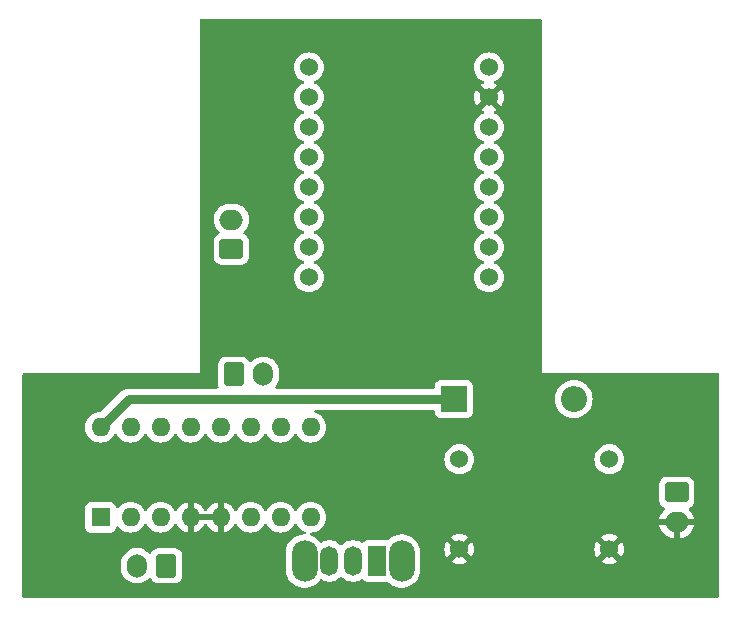
<source format=gbl>
%TF.GenerationSoftware,KiCad,Pcbnew,8.0.8*%
%TF.CreationDate,2025-02-18T22:43:27+01:00*%
%TF.ProjectId,Robot,526f626f-742e-46b6-9963-61645f706362,rev?*%
%TF.SameCoordinates,Original*%
%TF.FileFunction,Copper,L2,Bot*%
%TF.FilePolarity,Positive*%
%FSLAX46Y46*%
G04 Gerber Fmt 4.6, Leading zero omitted, Abs format (unit mm)*
G04 Created by KiCad (PCBNEW 8.0.8) date 2025-02-18 22:43:27*
%MOMM*%
%LPD*%
G01*
G04 APERTURE LIST*
G04 Aperture macros list*
%AMRoundRect*
0 Rectangle with rounded corners*
0 $1 Rounding radius*
0 $2 $3 $4 $5 $6 $7 $8 $9 X,Y pos of 4 corners*
0 Add a 4 corners polygon primitive as box body*
4,1,4,$2,$3,$4,$5,$6,$7,$8,$9,$2,$3,0*
0 Add four circle primitives for the rounded corners*
1,1,$1+$1,$2,$3*
1,1,$1+$1,$4,$5*
1,1,$1+$1,$6,$7*
1,1,$1+$1,$8,$9*
0 Add four rect primitives between the rounded corners*
20,1,$1+$1,$2,$3,$4,$5,0*
20,1,$1+$1,$4,$5,$6,$7,0*
20,1,$1+$1,$6,$7,$8,$9,0*
20,1,$1+$1,$8,$9,$2,$3,0*%
G04 Aperture macros list end*
%TA.AperFunction,ComponentPad*%
%ADD10R,1.600000X1.600000*%
%TD*%
%TA.AperFunction,ComponentPad*%
%ADD11O,1.600000X1.600000*%
%TD*%
%TA.AperFunction,ComponentPad*%
%ADD12C,1.524000*%
%TD*%
%TA.AperFunction,ComponentPad*%
%ADD13RoundRect,0.250000X0.600000X0.750000X-0.600000X0.750000X-0.600000X-0.750000X0.600000X-0.750000X0*%
%TD*%
%TA.AperFunction,ComponentPad*%
%ADD14O,1.700000X2.000000*%
%TD*%
%TA.AperFunction,ComponentPad*%
%ADD15R,2.200000X2.200000*%
%TD*%
%TA.AperFunction,ComponentPad*%
%ADD16O,2.200000X2.200000*%
%TD*%
%TA.AperFunction,ComponentPad*%
%ADD17RoundRect,0.250000X-0.600000X-0.750000X0.600000X-0.750000X0.600000X0.750000X-0.600000X0.750000X0*%
%TD*%
%TA.AperFunction,ComponentPad*%
%ADD18RoundRect,0.250000X-0.750000X0.600000X-0.750000X-0.600000X0.750000X-0.600000X0.750000X0.600000X0*%
%TD*%
%TA.AperFunction,ComponentPad*%
%ADD19O,2.000000X1.700000*%
%TD*%
%TA.AperFunction,ComponentPad*%
%ADD20RoundRect,0.250000X0.750000X-0.600000X0.750000X0.600000X-0.750000X0.600000X-0.750000X-0.600000X0*%
%TD*%
%TA.AperFunction,ComponentPad*%
%ADD21O,2.200000X3.500000*%
%TD*%
%TA.AperFunction,ComponentPad*%
%ADD22R,1.500000X2.500000*%
%TD*%
%TA.AperFunction,ComponentPad*%
%ADD23O,1.500000X2.500000*%
%TD*%
%TA.AperFunction,Conductor*%
%ADD24C,0.800000*%
%TD*%
G04 APERTURE END LIST*
D10*
%TO.P,U2,1,EN1\u002C2*%
%TO.N,Net-(U1-GPIO2)*%
X79225000Y-145634314D03*
D11*
%TO.P,U2,2,1A*%
%TO.N,Net-(U1-GPIO1)*%
X81765000Y-145634314D03*
%TO.P,U2,3,1Y*%
%TO.N,Net-(J4-Pin_2)*%
X84305000Y-145634314D03*
%TO.P,U2,4,GND*%
%TO.N,GND*%
X86845000Y-145634314D03*
%TO.P,U2,5,GND*%
X89385000Y-145634314D03*
%TO.P,U2,6,2Y*%
%TO.N,Net-(J4-Pin_1)*%
X91925000Y-145634314D03*
%TO.P,U2,7,2A*%
%TO.N,Net-(U1-GPIO0)*%
X94465000Y-145634314D03*
%TO.P,U2,8,VCC2*%
%TO.N,Net-(SW1A-B)*%
X97005000Y-145634314D03*
%TO.P,U2,9,EN3\u002C4*%
%TO.N,Net-(U1-GPIO5)*%
X97005000Y-138014314D03*
%TO.P,U2,10,3A*%
%TO.N,Net-(U1-GPIO6)*%
X94465000Y-138014314D03*
%TO.P,U2,11,3Y*%
%TO.N,Net-(J3-Pin_2)*%
X91925000Y-138014314D03*
%TO.P,U2,12,GND*%
%TO.N,unconnected-(U2-GND-Pad12)*%
X89385000Y-138014314D03*
%TO.P,U2,13,GND*%
%TO.N,unconnected-(U2-GND-Pad13)*%
X86845000Y-138014314D03*
%TO.P,U2,14,4Y*%
%TO.N,Net-(J3-Pin_1)*%
X84305000Y-138014314D03*
%TO.P,U2,15,4A*%
%TO.N,Net-(U1-GPIO7)*%
X81765000Y-138014314D03*
%TO.P,U2,16,VCC1*%
%TO.N,Net-(D1-K)*%
X79225000Y-138014314D03*
%TD*%
D12*
%TO.P,U1,1,5V*%
%TO.N,Net-(D1-K)*%
X112100000Y-107534314D03*
%TO.P,U1,2,GND*%
%TO.N,GND*%
X112100000Y-110074314D03*
%TO.P,U1,3,3.3V*%
%TO.N,unconnected-(U1-3.3V-Pad3)*%
X112100000Y-112614314D03*
%TO.P,U1,4,GPIO4*%
%TO.N,unconnected-(U1-GPIO4-Pad4)*%
X112100000Y-115154314D03*
%TO.P,U1,5,GPIO3*%
%TO.N,unconnected-(U1-GPIO3-Pad5)*%
X112100000Y-117694314D03*
%TO.P,U1,6,GPIO2*%
%TO.N,Net-(U1-GPIO2)*%
X112100000Y-120234314D03*
%TO.P,U1,7,GPIO1*%
%TO.N,Net-(U1-GPIO1)*%
X112100000Y-122774314D03*
%TO.P,U1,8,GPIO0*%
%TO.N,Net-(U1-GPIO0)*%
X112100000Y-125314314D03*
%TO.P,U1,9,GPIO21*%
%TO.N,Net-(J2-Pin_1)*%
X96860000Y-125314314D03*
%TO.P,U1,10,GPIO20*%
%TO.N,Net-(J2-Pin_2)*%
X96860000Y-122774314D03*
%TO.P,U1,11,GPIO10*%
%TO.N,unconnected-(U1-GPIO10-Pad11)*%
X96860000Y-120234314D03*
%TO.P,U1,12,GPIO9*%
%TO.N,unconnected-(U1-GPIO9-Pad12)*%
X96860000Y-117694314D03*
%TO.P,U1,13,GPIO8*%
%TO.N,unconnected-(U1-GPIO8-Pad13)*%
X96860000Y-115154314D03*
%TO.P,U1,14,GPIO7*%
%TO.N,Net-(U1-GPIO7)*%
X96860000Y-112614314D03*
%TO.P,U1,15,GPIO6*%
%TO.N,Net-(U1-GPIO6)*%
X96860000Y-110074314D03*
%TO.P,U1,16,GPIO5*%
%TO.N,Net-(U1-GPIO5)*%
X96860000Y-107534314D03*
%TD*%
D13*
%TO.P,Motor1,1,Pin_1*%
%TO.N,Net-(J4-Pin_1)*%
X84800000Y-149734314D03*
D14*
%TO.P,Motor1,2,Pin_2*%
%TO.N,Net-(J4-Pin_2)*%
X82300000Y-149734314D03*
%TD*%
D15*
%TO.P,D1,1,K*%
%TO.N,Net-(D1-K)*%
X109120000Y-135634314D03*
D16*
%TO.P,D1,2,A*%
%TO.N,Net-(D1-A)*%
X119280000Y-135634314D03*
%TD*%
D17*
%TO.P,Motor2,1,Pin_1*%
%TO.N,Net-(J3-Pin_1)*%
X90500000Y-133534314D03*
D14*
%TO.P,Motor2,2,Pin_2*%
%TO.N,Net-(J3-Pin_2)*%
X93000000Y-133534314D03*
%TD*%
D18*
%TO.P,J5,1,Pin_1*%
%TO.N,Net-(J5-Pin_1)*%
X128000000Y-143534314D03*
D19*
%TO.P,J5,2,Pin_2*%
%TO.N,GND*%
X128000000Y-146034314D03*
%TD*%
D20*
%TO.P,JUART,1,Pin_1*%
%TO.N,Net-(J2-Pin_1)*%
X90300000Y-122934314D03*
D19*
%TO.P,JUART,2,Pin_2*%
%TO.N,Net-(J2-Pin_2)*%
X90300000Y-120434314D03*
%TD*%
D12*
%TO.P,U4,1,+VIN*%
%TO.N,Net-(J5-Pin_1)*%
X122300000Y-140714314D03*
%TO.P,U4,2,GND*%
%TO.N,GND*%
X122300000Y-148334314D03*
%TO.P,U4,3,+VOUT*%
%TO.N,Net-(D1-A)*%
X109600000Y-140714314D03*
%TO.P,U4,4,GND*%
%TO.N,GND*%
X109600000Y-148334314D03*
%TD*%
D21*
%TO.P,SW1,*%
%TO.N,*%
X104700000Y-149334314D03*
X96500000Y-149334314D03*
D22*
%TO.P,SW1,1,A*%
%TO.N,Net-(J5-Pin_1)*%
X102600000Y-149334314D03*
D23*
%TO.P,SW1,2,B*%
%TO.N,Net-(SW1A-B)*%
X100600000Y-149334314D03*
%TO.P,SW1,3,C*%
%TO.N,unconnected-(SW1A-C-Pad3)*%
X98600000Y-149334314D03*
%TD*%
D24*
%TO.N,Net-(D1-K)*%
X81605000Y-135634314D02*
X109120000Y-135634314D01*
X79225000Y-138014314D02*
X81605000Y-135634314D01*
%TD*%
%TA.AperFunction,Conductor*%
%TO.N,GND*%
G36*
X89064920Y-145388708D02*
G01*
X89012259Y-145479920D01*
X88985000Y-145581653D01*
X88985000Y-145686975D01*
X89012259Y-145788708D01*
X89064920Y-145879920D01*
X89069314Y-145884314D01*
X87160686Y-145884314D01*
X87165080Y-145879920D01*
X87217741Y-145788708D01*
X87245000Y-145686975D01*
X87245000Y-145581653D01*
X87217741Y-145479920D01*
X87165080Y-145388708D01*
X87160686Y-145384314D01*
X89069314Y-145384314D01*
X89064920Y-145388708D01*
G37*
%TD.AperFunction*%
%TA.AperFunction,Conductor*%
G36*
X116542539Y-103454499D02*
G01*
X116588294Y-103507303D01*
X116599500Y-103558814D01*
X116599500Y-133004500D01*
X116600000Y-133012130D01*
X116600000Y-133434314D01*
X117022184Y-133434314D01*
X117029813Y-133434814D01*
X117034108Y-133434814D01*
X131475500Y-133434814D01*
X131542539Y-133454499D01*
X131588294Y-133507303D01*
X131599500Y-133558814D01*
X131599500Y-152309814D01*
X131579815Y-152376853D01*
X131527011Y-152422608D01*
X131475500Y-152433814D01*
X72724500Y-152433814D01*
X72657461Y-152414129D01*
X72611706Y-152361325D01*
X72600500Y-152309814D01*
X72600500Y-149478027D01*
X80949500Y-149478027D01*
X80949500Y-149990600D01*
X80982753Y-150200553D01*
X81048444Y-150402728D01*
X81144951Y-150592134D01*
X81269890Y-150764100D01*
X81420213Y-150914423D01*
X81592179Y-151039362D01*
X81592181Y-151039363D01*
X81592184Y-151039365D01*
X81781588Y-151135871D01*
X81983757Y-151201560D01*
X82193713Y-151234814D01*
X82193714Y-151234814D01*
X82406286Y-151234814D01*
X82406287Y-151234814D01*
X82616243Y-151201560D01*
X82818412Y-151135871D01*
X83007816Y-151039365D01*
X83179792Y-150914418D01*
X83318604Y-150775605D01*
X83379923Y-150742123D01*
X83449615Y-150747107D01*
X83505549Y-150788978D01*
X83511821Y-150798192D01*
X83515185Y-150803647D01*
X83515186Y-150803648D01*
X83607288Y-150952970D01*
X83731344Y-151077026D01*
X83880666Y-151169128D01*
X84047203Y-151224313D01*
X84149991Y-151234814D01*
X85450008Y-151234813D01*
X85552797Y-151224313D01*
X85719334Y-151169128D01*
X85868656Y-151077026D01*
X85992712Y-150952970D01*
X86084814Y-150803648D01*
X86139999Y-150637111D01*
X86150500Y-150534323D01*
X86150499Y-148934306D01*
X86139999Y-148831517D01*
X86084814Y-148664980D01*
X85992712Y-148515658D01*
X85868656Y-148391602D01*
X85719334Y-148299500D01*
X85552797Y-148244315D01*
X85552795Y-148244314D01*
X85450010Y-148233814D01*
X84149998Y-148233814D01*
X84149981Y-148233815D01*
X84047203Y-148244314D01*
X84047200Y-148244315D01*
X83880668Y-148299499D01*
X83880663Y-148299501D01*
X83731342Y-148391603D01*
X83607289Y-148515656D01*
X83511821Y-148670435D01*
X83459873Y-148717159D01*
X83390910Y-148728382D01*
X83326828Y-148700538D01*
X83318601Y-148693019D01*
X83179786Y-148554204D01*
X83007820Y-148429265D01*
X82818414Y-148332758D01*
X82818413Y-148332757D01*
X82818412Y-148332757D01*
X82616243Y-148267068D01*
X82616241Y-148267067D01*
X82616240Y-148267067D01*
X82454957Y-148241522D01*
X82406287Y-148233814D01*
X82193713Y-148233814D01*
X82145042Y-148241522D01*
X81983760Y-148267067D01*
X81781585Y-148332758D01*
X81592179Y-148429265D01*
X81420213Y-148554204D01*
X81269890Y-148704527D01*
X81144951Y-148876493D01*
X81048444Y-149065899D01*
X80982753Y-149268074D01*
X80949500Y-149478027D01*
X72600500Y-149478027D01*
X72600500Y-144786449D01*
X77924500Y-144786449D01*
X77924500Y-146482184D01*
X77924501Y-146482190D01*
X77930908Y-146541797D01*
X77981202Y-146676642D01*
X77981206Y-146676649D01*
X78067452Y-146791858D01*
X78067455Y-146791861D01*
X78182664Y-146878107D01*
X78182671Y-146878111D01*
X78317517Y-146928405D01*
X78317516Y-146928405D01*
X78324444Y-146929149D01*
X78377127Y-146934814D01*
X80072872Y-146934813D01*
X80132483Y-146928405D01*
X80267331Y-146878110D01*
X80382546Y-146791860D01*
X80468796Y-146676645D01*
X80519091Y-146541797D01*
X80522862Y-146506715D01*
X80549599Y-146442169D01*
X80606990Y-146402320D01*
X80676816Y-146399825D01*
X80736905Y-146435477D01*
X80747726Y-146448850D01*
X80764956Y-146473457D01*
X80925858Y-146634359D01*
X80925861Y-146634361D01*
X81112266Y-146764882D01*
X81318504Y-146861053D01*
X81538308Y-146919949D01*
X81700230Y-146934115D01*
X81764998Y-146939782D01*
X81765000Y-146939782D01*
X81765002Y-146939782D01*
X81824768Y-146934553D01*
X81991692Y-146919949D01*
X82211496Y-146861053D01*
X82417734Y-146764882D01*
X82604139Y-146634361D01*
X82765047Y-146473453D01*
X82895568Y-146287048D01*
X82922618Y-146229038D01*
X82968790Y-146176599D01*
X83035983Y-146157447D01*
X83102865Y-146177662D01*
X83147382Y-146229039D01*
X83174429Y-146287042D01*
X83174432Y-146287048D01*
X83304954Y-146473455D01*
X83465858Y-146634359D01*
X83465861Y-146634361D01*
X83652266Y-146764882D01*
X83858504Y-146861053D01*
X84078308Y-146919949D01*
X84240230Y-146934115D01*
X84304998Y-146939782D01*
X84305000Y-146939782D01*
X84305002Y-146939782D01*
X84364768Y-146934553D01*
X84531692Y-146919949D01*
X84751496Y-146861053D01*
X84957734Y-146764882D01*
X85144139Y-146634361D01*
X85305047Y-146473453D01*
X85435568Y-146287048D01*
X85462895Y-146228443D01*
X85509064Y-146176009D01*
X85576257Y-146156856D01*
X85643139Y-146177071D01*
X85687657Y-146228447D01*
X85714865Y-146286796D01*
X85845342Y-146473134D01*
X86006179Y-146633971D01*
X86192517Y-146764448D01*
X86398673Y-146860579D01*
X86398682Y-146860583D01*
X86594999Y-146913186D01*
X86595000Y-146913185D01*
X86595000Y-145950000D01*
X86599394Y-145954394D01*
X86690606Y-146007055D01*
X86792339Y-146034314D01*
X86897661Y-146034314D01*
X86999394Y-146007055D01*
X87090606Y-145954394D01*
X87095000Y-145950000D01*
X87095000Y-146913186D01*
X87291317Y-146860583D01*
X87291326Y-146860579D01*
X87497482Y-146764448D01*
X87683820Y-146633971D01*
X87844657Y-146473134D01*
X87975134Y-146286795D01*
X87975135Y-146286793D01*
X88002618Y-146227857D01*
X88048790Y-146175417D01*
X88115983Y-146156265D01*
X88182864Y-146176480D01*
X88227382Y-146227857D01*
X88254864Y-146286793D01*
X88254865Y-146286795D01*
X88385342Y-146473134D01*
X88546179Y-146633971D01*
X88732517Y-146764448D01*
X88938673Y-146860579D01*
X88938682Y-146860583D01*
X89134999Y-146913186D01*
X89135000Y-146913185D01*
X89135000Y-145950000D01*
X89139394Y-145954394D01*
X89230606Y-146007055D01*
X89332339Y-146034314D01*
X89437661Y-146034314D01*
X89539394Y-146007055D01*
X89630606Y-145954394D01*
X89635000Y-145950000D01*
X89635000Y-146913186D01*
X89831317Y-146860583D01*
X89831326Y-146860579D01*
X90037482Y-146764448D01*
X90223820Y-146633971D01*
X90384657Y-146473134D01*
X90515132Y-146286798D01*
X90542341Y-146228448D01*
X90588513Y-146176009D01*
X90655707Y-146156856D01*
X90722588Y-146177071D01*
X90767106Y-146228447D01*
X90794431Y-146287046D01*
X90794432Y-146287048D01*
X90924954Y-146473455D01*
X91085858Y-146634359D01*
X91085861Y-146634361D01*
X91272266Y-146764882D01*
X91478504Y-146861053D01*
X91698308Y-146919949D01*
X91860230Y-146934115D01*
X91924998Y-146939782D01*
X91925000Y-146939782D01*
X91925002Y-146939782D01*
X91984768Y-146934553D01*
X92151692Y-146919949D01*
X92371496Y-146861053D01*
X92577734Y-146764882D01*
X92764139Y-146634361D01*
X92925047Y-146473453D01*
X93055568Y-146287048D01*
X93082618Y-146229038D01*
X93128790Y-146176599D01*
X93195983Y-146157447D01*
X93262865Y-146177662D01*
X93307382Y-146229039D01*
X93334429Y-146287042D01*
X93334432Y-146287048D01*
X93464954Y-146473455D01*
X93625858Y-146634359D01*
X93625861Y-146634361D01*
X93812266Y-146764882D01*
X94018504Y-146861053D01*
X94238308Y-146919949D01*
X94400230Y-146934115D01*
X94464998Y-146939782D01*
X94465000Y-146939782D01*
X94465002Y-146939782D01*
X94524768Y-146934553D01*
X94691692Y-146919949D01*
X94911496Y-146861053D01*
X95117734Y-146764882D01*
X95304139Y-146634361D01*
X95465047Y-146473453D01*
X95595568Y-146287048D01*
X95622618Y-146229038D01*
X95668790Y-146176599D01*
X95735983Y-146157447D01*
X95802865Y-146177662D01*
X95847382Y-146229039D01*
X95874429Y-146287042D01*
X95874432Y-146287048D01*
X96004954Y-146473455D01*
X96165858Y-146634359D01*
X96165861Y-146634361D01*
X96352266Y-146764882D01*
X96529294Y-146847432D01*
X96581733Y-146893605D01*
X96600885Y-146960798D01*
X96580669Y-147027679D01*
X96527504Y-147073014D01*
X96476889Y-147083814D01*
X96374038Y-147083814D01*
X96249626Y-147103519D01*
X96125214Y-147123224D01*
X95885616Y-147201074D01*
X95661151Y-147315446D01*
X95457350Y-147463515D01*
X95457345Y-147463519D01*
X95279205Y-147641659D01*
X95279201Y-147641664D01*
X95131132Y-147845465D01*
X95016760Y-148069930D01*
X94938910Y-148309528D01*
X94899500Y-148558352D01*
X94899500Y-150110275D01*
X94938910Y-150359099D01*
X95016760Y-150598697D01*
X95048999Y-150661968D01*
X95113286Y-150788139D01*
X95131132Y-150823162D01*
X95279201Y-151026963D01*
X95279205Y-151026968D01*
X95457345Y-151205108D01*
X95457350Y-151205112D01*
X95498232Y-151234814D01*
X95661155Y-151353184D01*
X95804184Y-151426061D01*
X95885616Y-151467553D01*
X95885618Y-151467553D01*
X95885621Y-151467555D01*
X96125215Y-151545404D01*
X96374038Y-151584814D01*
X96374039Y-151584814D01*
X96625961Y-151584814D01*
X96625962Y-151584814D01*
X96874785Y-151545404D01*
X97114379Y-151467555D01*
X97338845Y-151353184D01*
X97542656Y-151205107D01*
X97720793Y-151026970D01*
X97784298Y-150939561D01*
X97839628Y-150896895D01*
X97909241Y-150890916D01*
X97940912Y-150901961D01*
X97944593Y-150903836D01*
X97944595Y-150903838D01*
X98014708Y-150939562D01*
X98119970Y-150993196D01*
X98119972Y-150993196D01*
X98119975Y-150993198D01*
X98220317Y-151025801D01*
X98307173Y-151054023D01*
X98501578Y-151084814D01*
X98501583Y-151084814D01*
X98698422Y-151084814D01*
X98892826Y-151054023D01*
X98937938Y-151039365D01*
X99080025Y-150993198D01*
X99255405Y-150903838D01*
X99414646Y-150788142D01*
X99512319Y-150690469D01*
X99573642Y-150656984D01*
X99643334Y-150661968D01*
X99687681Y-150690469D01*
X99785354Y-150788142D01*
X99944595Y-150903838D01*
X100014708Y-150939562D01*
X100119970Y-150993196D01*
X100119972Y-150993196D01*
X100119975Y-150993198D01*
X100220317Y-151025801D01*
X100307173Y-151054023D01*
X100501578Y-151084814D01*
X100501583Y-151084814D01*
X100698422Y-151084814D01*
X100892826Y-151054023D01*
X100937938Y-151039365D01*
X101080025Y-150993198D01*
X101255405Y-150903838D01*
X101291614Y-150877529D01*
X101357417Y-150854050D01*
X101425471Y-150869874D01*
X101463763Y-150903534D01*
X101492454Y-150941860D01*
X101492455Y-150941860D01*
X101492456Y-150941862D01*
X101607664Y-151028107D01*
X101607671Y-151028111D01*
X101742517Y-151078405D01*
X101742516Y-151078405D01*
X101749444Y-151079149D01*
X101802127Y-151084814D01*
X103397872Y-151084813D01*
X103457483Y-151078405D01*
X103457486Y-151078403D01*
X103464554Y-151077644D01*
X103533314Y-151090050D01*
X103565490Y-151113253D01*
X103657345Y-151205108D01*
X103657350Y-151205112D01*
X103698232Y-151234814D01*
X103861155Y-151353184D01*
X104004184Y-151426061D01*
X104085616Y-151467553D01*
X104085618Y-151467553D01*
X104085621Y-151467555D01*
X104325215Y-151545404D01*
X104574038Y-151584814D01*
X104574039Y-151584814D01*
X104825961Y-151584814D01*
X104825962Y-151584814D01*
X105074785Y-151545404D01*
X105314379Y-151467555D01*
X105538845Y-151353184D01*
X105742656Y-151205107D01*
X105920793Y-151026970D01*
X106068870Y-150823159D01*
X106183241Y-150598693D01*
X106261090Y-150359099D01*
X106300500Y-150110276D01*
X106300500Y-148558352D01*
X106265015Y-148334313D01*
X108333179Y-148334313D01*
X108333179Y-148334314D01*
X108352424Y-148554290D01*
X108352426Y-148554300D01*
X108409575Y-148767584D01*
X108409580Y-148767598D01*
X108502898Y-148967719D01*
X108502901Y-148967725D01*
X108548258Y-149032501D01*
X108548258Y-149032502D01*
X109219000Y-148361760D01*
X109219000Y-148384474D01*
X109244964Y-148481375D01*
X109295124Y-148568254D01*
X109366060Y-148639190D01*
X109452939Y-148689350D01*
X109549840Y-148715314D01*
X109572553Y-148715314D01*
X108901810Y-149386054D01*
X108966590Y-149431413D01*
X108966592Y-149431414D01*
X109166715Y-149524733D01*
X109166729Y-149524738D01*
X109380013Y-149581887D01*
X109380023Y-149581889D01*
X109599999Y-149601135D01*
X109600001Y-149601135D01*
X109819976Y-149581889D01*
X109819986Y-149581887D01*
X110033270Y-149524738D01*
X110033284Y-149524733D01*
X110233407Y-149431414D01*
X110233417Y-149431408D01*
X110298188Y-149386055D01*
X109627448Y-148715314D01*
X109650160Y-148715314D01*
X109747061Y-148689350D01*
X109833940Y-148639190D01*
X109904876Y-148568254D01*
X109955036Y-148481375D01*
X109981000Y-148384474D01*
X109981000Y-148361761D01*
X110651741Y-149032502D01*
X110697094Y-148967731D01*
X110697100Y-148967721D01*
X110790419Y-148767598D01*
X110790424Y-148767584D01*
X110847573Y-148554300D01*
X110847575Y-148554290D01*
X110866821Y-148334314D01*
X110866821Y-148334313D01*
X121033179Y-148334313D01*
X121033179Y-148334314D01*
X121052424Y-148554290D01*
X121052426Y-148554300D01*
X121109575Y-148767584D01*
X121109580Y-148767598D01*
X121202898Y-148967719D01*
X121202901Y-148967725D01*
X121248258Y-149032501D01*
X121248258Y-149032502D01*
X121919000Y-148361760D01*
X121919000Y-148384474D01*
X121944964Y-148481375D01*
X121995124Y-148568254D01*
X122066060Y-148639190D01*
X122152939Y-148689350D01*
X122249840Y-148715314D01*
X122272553Y-148715314D01*
X121601810Y-149386054D01*
X121666590Y-149431413D01*
X121666592Y-149431414D01*
X121866715Y-149524733D01*
X121866729Y-149524738D01*
X122080013Y-149581887D01*
X122080023Y-149581889D01*
X122299999Y-149601135D01*
X122300001Y-149601135D01*
X122519976Y-149581889D01*
X122519986Y-149581887D01*
X122733270Y-149524738D01*
X122733284Y-149524733D01*
X122933407Y-149431414D01*
X122933417Y-149431408D01*
X122998188Y-149386055D01*
X122327448Y-148715314D01*
X122350160Y-148715314D01*
X122447061Y-148689350D01*
X122533940Y-148639190D01*
X122604876Y-148568254D01*
X122655036Y-148481375D01*
X122681000Y-148384474D01*
X122681000Y-148361761D01*
X123351741Y-149032502D01*
X123397094Y-148967731D01*
X123397100Y-148967721D01*
X123490419Y-148767598D01*
X123490424Y-148767584D01*
X123547573Y-148554300D01*
X123547575Y-148554290D01*
X123566821Y-148334314D01*
X123566821Y-148334313D01*
X123547575Y-148114337D01*
X123547573Y-148114327D01*
X123490424Y-147901043D01*
X123490420Y-147901034D01*
X123397096Y-147700900D01*
X123351741Y-147636125D01*
X123351740Y-147636124D01*
X122681000Y-148306865D01*
X122681000Y-148284154D01*
X122655036Y-148187253D01*
X122604876Y-148100374D01*
X122533940Y-148029438D01*
X122447061Y-147979278D01*
X122350160Y-147953314D01*
X122327447Y-147953314D01*
X122998188Y-147282572D01*
X122933411Y-147237215D01*
X122933405Y-147237212D01*
X122733284Y-147143894D01*
X122733270Y-147143889D01*
X122519986Y-147086740D01*
X122519976Y-147086738D01*
X122300001Y-147067493D01*
X122299999Y-147067493D01*
X122080023Y-147086738D01*
X122080013Y-147086740D01*
X121866729Y-147143889D01*
X121866720Y-147143893D01*
X121666590Y-147237215D01*
X121601811Y-147282572D01*
X122272554Y-147953314D01*
X122249840Y-147953314D01*
X122152939Y-147979278D01*
X122066060Y-148029438D01*
X121995124Y-148100374D01*
X121944964Y-148187253D01*
X121919000Y-148284154D01*
X121919000Y-148306867D01*
X121248258Y-147636125D01*
X121202901Y-147700904D01*
X121109579Y-147901034D01*
X121109575Y-147901043D01*
X121052426Y-148114327D01*
X121052424Y-148114337D01*
X121033179Y-148334313D01*
X110866821Y-148334313D01*
X110847575Y-148114337D01*
X110847573Y-148114327D01*
X110790424Y-147901043D01*
X110790420Y-147901034D01*
X110697096Y-147700900D01*
X110651741Y-147636125D01*
X110651740Y-147636124D01*
X109981000Y-148306865D01*
X109981000Y-148284154D01*
X109955036Y-148187253D01*
X109904876Y-148100374D01*
X109833940Y-148029438D01*
X109747061Y-147979278D01*
X109650160Y-147953314D01*
X109627447Y-147953314D01*
X110298188Y-147282572D01*
X110233411Y-147237215D01*
X110233405Y-147237212D01*
X110033284Y-147143894D01*
X110033270Y-147143889D01*
X109819986Y-147086740D01*
X109819976Y-147086738D01*
X109600001Y-147067493D01*
X109599999Y-147067493D01*
X109380023Y-147086738D01*
X109380013Y-147086740D01*
X109166729Y-147143889D01*
X109166720Y-147143893D01*
X108966590Y-147237215D01*
X108901811Y-147282572D01*
X109572554Y-147953314D01*
X109549840Y-147953314D01*
X109452939Y-147979278D01*
X109366060Y-148029438D01*
X109295124Y-148100374D01*
X109244964Y-148187253D01*
X109219000Y-148284154D01*
X109219000Y-148306867D01*
X108548258Y-147636125D01*
X108502901Y-147700904D01*
X108409579Y-147901034D01*
X108409575Y-147901043D01*
X108352426Y-148114327D01*
X108352424Y-148114337D01*
X108333179Y-148334313D01*
X106265015Y-148334313D01*
X106261090Y-148309529D01*
X106183241Y-148069935D01*
X106183239Y-148069932D01*
X106183239Y-148069930D01*
X106136479Y-147978159D01*
X106068870Y-147845469D01*
X106020986Y-147779562D01*
X105920798Y-147641664D01*
X105920794Y-147641659D01*
X105742654Y-147463519D01*
X105742649Y-147463515D01*
X105538848Y-147315446D01*
X105538847Y-147315445D01*
X105538845Y-147315444D01*
X105468747Y-147279727D01*
X105314383Y-147201074D01*
X105074785Y-147123224D01*
X104825962Y-147083814D01*
X104574038Y-147083814D01*
X104449626Y-147103519D01*
X104325214Y-147123224D01*
X104085616Y-147201074D01*
X103861151Y-147315446D01*
X103657350Y-147463514D01*
X103565487Y-147555376D01*
X103504163Y-147588860D01*
X103464553Y-147590983D01*
X103455522Y-147590012D01*
X103397873Y-147583814D01*
X103397865Y-147583814D01*
X101802129Y-147583814D01*
X101802123Y-147583815D01*
X101742516Y-147590222D01*
X101607671Y-147640516D01*
X101607664Y-147640520D01*
X101492455Y-147726766D01*
X101463765Y-147765091D01*
X101407830Y-147806962D01*
X101338139Y-147811945D01*
X101291613Y-147791097D01*
X101255405Y-147764790D01*
X101080029Y-147675431D01*
X100892826Y-147614604D01*
X100698422Y-147583814D01*
X100698417Y-147583814D01*
X100501583Y-147583814D01*
X100501578Y-147583814D01*
X100307173Y-147614604D01*
X100119970Y-147675431D01*
X99944594Y-147764790D01*
X99879692Y-147811945D01*
X99785354Y-147880486D01*
X99785352Y-147880488D01*
X99785351Y-147880488D01*
X99687681Y-147978159D01*
X99626358Y-148011644D01*
X99556666Y-148006660D01*
X99512319Y-147978159D01*
X99414648Y-147880488D01*
X99414646Y-147880486D01*
X99255405Y-147764790D01*
X99232825Y-147753285D01*
X99080029Y-147675431D01*
X98892826Y-147614604D01*
X98698422Y-147583814D01*
X98698417Y-147583814D01*
X98501583Y-147583814D01*
X98501578Y-147583814D01*
X98307173Y-147614604D01*
X98119967Y-147675432D01*
X97940911Y-147766666D01*
X97872242Y-147779562D01*
X97807502Y-147753285D01*
X97784299Y-147729066D01*
X97720798Y-147641663D01*
X97542654Y-147463519D01*
X97542649Y-147463515D01*
X97338848Y-147315446D01*
X97338847Y-147315445D01*
X97338845Y-147315444D01*
X97268747Y-147279727D01*
X97114383Y-147201074D01*
X97037250Y-147176012D01*
X96979575Y-147136574D01*
X96952377Y-147072215D01*
X96964292Y-147003368D01*
X97011537Y-146951893D01*
X97064759Y-146934553D01*
X97231692Y-146919949D01*
X97451496Y-146861053D01*
X97657734Y-146764882D01*
X97844139Y-146634361D01*
X98005047Y-146473453D01*
X98135568Y-146287048D01*
X98231739Y-146080810D01*
X98290635Y-145861006D01*
X98310468Y-145634314D01*
X98310459Y-145634215D01*
X98290635Y-145407627D01*
X98290635Y-145407622D01*
X98231739Y-145187818D01*
X98135568Y-144981580D01*
X98005047Y-144795175D01*
X98005045Y-144795172D01*
X97844141Y-144634268D01*
X97657734Y-144503746D01*
X97657732Y-144503745D01*
X97451497Y-144407575D01*
X97451488Y-144407572D01*
X97231697Y-144348680D01*
X97231693Y-144348679D01*
X97231692Y-144348679D01*
X97231691Y-144348678D01*
X97231686Y-144348678D01*
X97005002Y-144328846D01*
X97004998Y-144328846D01*
X96778313Y-144348678D01*
X96778302Y-144348680D01*
X96558511Y-144407572D01*
X96558502Y-144407575D01*
X96352267Y-144503745D01*
X96352265Y-144503746D01*
X96165858Y-144634268D01*
X96004954Y-144795172D01*
X95874432Y-144981579D01*
X95874431Y-144981581D01*
X95847382Y-145039589D01*
X95801209Y-145092028D01*
X95734016Y-145111180D01*
X95667135Y-145090964D01*
X95622618Y-145039589D01*
X95611610Y-145015982D01*
X95595568Y-144981580D01*
X95465047Y-144795175D01*
X95465045Y-144795172D01*
X95304141Y-144634268D01*
X95117734Y-144503746D01*
X95117732Y-144503745D01*
X94911497Y-144407575D01*
X94911488Y-144407572D01*
X94691697Y-144348680D01*
X94691693Y-144348679D01*
X94691692Y-144348679D01*
X94691691Y-144348678D01*
X94691686Y-144348678D01*
X94465002Y-144328846D01*
X94464998Y-144328846D01*
X94238313Y-144348678D01*
X94238302Y-144348680D01*
X94018511Y-144407572D01*
X94018502Y-144407575D01*
X93812267Y-144503745D01*
X93812265Y-144503746D01*
X93625858Y-144634268D01*
X93464954Y-144795172D01*
X93334432Y-144981579D01*
X93334431Y-144981581D01*
X93307382Y-145039589D01*
X93261209Y-145092028D01*
X93194016Y-145111180D01*
X93127135Y-145090964D01*
X93082618Y-145039589D01*
X93071610Y-145015982D01*
X93055568Y-144981580D01*
X92925047Y-144795175D01*
X92925045Y-144795172D01*
X92764141Y-144634268D01*
X92577734Y-144503746D01*
X92577732Y-144503745D01*
X92371497Y-144407575D01*
X92371488Y-144407572D01*
X92151697Y-144348680D01*
X92151693Y-144348679D01*
X92151692Y-144348679D01*
X92151691Y-144348678D01*
X92151686Y-144348678D01*
X91925002Y-144328846D01*
X91924998Y-144328846D01*
X91698313Y-144348678D01*
X91698302Y-144348680D01*
X91478511Y-144407572D01*
X91478502Y-144407575D01*
X91272267Y-144503745D01*
X91272265Y-144503746D01*
X91085858Y-144634268D01*
X90924954Y-144795172D01*
X90820975Y-144943672D01*
X90794432Y-144981580D01*
X90794315Y-144981832D01*
X90767106Y-145040181D01*
X90720933Y-145092620D01*
X90653739Y-145111771D01*
X90586858Y-145091555D01*
X90542342Y-145040179D01*
X90515135Y-144981834D01*
X90515134Y-144981832D01*
X90384657Y-144795493D01*
X90223820Y-144634656D01*
X90037482Y-144504179D01*
X89831328Y-144408048D01*
X89635000Y-144355441D01*
X89635000Y-145318628D01*
X89630606Y-145314234D01*
X89539394Y-145261573D01*
X89437661Y-145234314D01*
X89332339Y-145234314D01*
X89230606Y-145261573D01*
X89139394Y-145314234D01*
X89135000Y-145318628D01*
X89135000Y-144355441D01*
X88938671Y-144408048D01*
X88732517Y-144504179D01*
X88546179Y-144634656D01*
X88385342Y-144795493D01*
X88254865Y-144981831D01*
X88227382Y-145040771D01*
X88181210Y-145093210D01*
X88114016Y-145112362D01*
X88047135Y-145092146D01*
X88002618Y-145040771D01*
X87975134Y-144981831D01*
X87844657Y-144795493D01*
X87683820Y-144634656D01*
X87497482Y-144504179D01*
X87291328Y-144408048D01*
X87095000Y-144355441D01*
X87095000Y-145318628D01*
X87090606Y-145314234D01*
X86999394Y-145261573D01*
X86897661Y-145234314D01*
X86792339Y-145234314D01*
X86690606Y-145261573D01*
X86599394Y-145314234D01*
X86595000Y-145318628D01*
X86595000Y-144355441D01*
X86398671Y-144408048D01*
X86192517Y-144504179D01*
X86006179Y-144634656D01*
X85845342Y-144795493D01*
X85714867Y-144981829D01*
X85687657Y-145040181D01*
X85641484Y-145092620D01*
X85574290Y-145111771D01*
X85507409Y-145091555D01*
X85462893Y-145040179D01*
X85447773Y-145007755D01*
X85435568Y-144981580D01*
X85305047Y-144795175D01*
X85305045Y-144795172D01*
X85144141Y-144634268D01*
X84957734Y-144503746D01*
X84957732Y-144503745D01*
X84751497Y-144407575D01*
X84751488Y-144407572D01*
X84531697Y-144348680D01*
X84531693Y-144348679D01*
X84531692Y-144348679D01*
X84531691Y-144348678D01*
X84531686Y-144348678D01*
X84305002Y-144328846D01*
X84304998Y-144328846D01*
X84078313Y-144348678D01*
X84078302Y-144348680D01*
X83858511Y-144407572D01*
X83858502Y-144407575D01*
X83652267Y-144503745D01*
X83652265Y-144503746D01*
X83465858Y-144634268D01*
X83304954Y-144795172D01*
X83174432Y-144981579D01*
X83174431Y-144981581D01*
X83147382Y-145039589D01*
X83101209Y-145092028D01*
X83034016Y-145111180D01*
X82967135Y-145090964D01*
X82922618Y-145039589D01*
X82911610Y-145015982D01*
X82895568Y-144981580D01*
X82765047Y-144795175D01*
X82765045Y-144795172D01*
X82604141Y-144634268D01*
X82417734Y-144503746D01*
X82417732Y-144503745D01*
X82211497Y-144407575D01*
X82211488Y-144407572D01*
X81991697Y-144348680D01*
X81991693Y-144348679D01*
X81991692Y-144348679D01*
X81991691Y-144348678D01*
X81991686Y-144348678D01*
X81765002Y-144328846D01*
X81764998Y-144328846D01*
X81538313Y-144348678D01*
X81538302Y-144348680D01*
X81318511Y-144407572D01*
X81318502Y-144407575D01*
X81112267Y-144503745D01*
X81112265Y-144503746D01*
X80925858Y-144634268D01*
X80764954Y-144795172D01*
X80747725Y-144819778D01*
X80693147Y-144863402D01*
X80623648Y-144870594D01*
X80561294Y-144839071D01*
X80525882Y-144778840D01*
X80522861Y-144761905D01*
X80519091Y-144726830D01*
X80468797Y-144591985D01*
X80468793Y-144591978D01*
X80382547Y-144476769D01*
X80382544Y-144476766D01*
X80267335Y-144390520D01*
X80267328Y-144390516D01*
X80132482Y-144340222D01*
X80132483Y-144340222D01*
X80072883Y-144333815D01*
X80072881Y-144333814D01*
X80072873Y-144333814D01*
X80072864Y-144333814D01*
X78377129Y-144333814D01*
X78377123Y-144333815D01*
X78317516Y-144340222D01*
X78182671Y-144390516D01*
X78182664Y-144390520D01*
X78067455Y-144476766D01*
X78067452Y-144476769D01*
X77981206Y-144591978D01*
X77981202Y-144591985D01*
X77930908Y-144726831D01*
X77924501Y-144786430D01*
X77924500Y-144786449D01*
X72600500Y-144786449D01*
X72600500Y-142884297D01*
X126499500Y-142884297D01*
X126499500Y-144184315D01*
X126499501Y-144184332D01*
X126510000Y-144287110D01*
X126510001Y-144287113D01*
X126565185Y-144453645D01*
X126565187Y-144453650D01*
X126596354Y-144504179D01*
X126657288Y-144602970D01*
X126781344Y-144727026D01*
X126892347Y-144795493D01*
X126936558Y-144822762D01*
X126983283Y-144874710D01*
X126994506Y-144943672D01*
X126966663Y-145007755D01*
X126959144Y-145015982D01*
X126820271Y-145154855D01*
X126695379Y-145326756D01*
X126598904Y-145516096D01*
X126533242Y-145718184D01*
X126533242Y-145718187D01*
X126522769Y-145784314D01*
X127566988Y-145784314D01*
X127534075Y-145841321D01*
X127500000Y-145968488D01*
X127500000Y-146100140D01*
X127534075Y-146227307D01*
X127566988Y-146284314D01*
X126522769Y-146284314D01*
X126533242Y-146350440D01*
X126533242Y-146350443D01*
X126598904Y-146552531D01*
X126695379Y-146741871D01*
X126820272Y-146913773D01*
X126820276Y-146913778D01*
X126970535Y-147064037D01*
X126970540Y-147064041D01*
X127142442Y-147188934D01*
X127331782Y-147285409D01*
X127533870Y-147351071D01*
X127743754Y-147384314D01*
X127750000Y-147384314D01*
X127750000Y-146467326D01*
X127807007Y-146500239D01*
X127934174Y-146534314D01*
X128065826Y-146534314D01*
X128192993Y-146500239D01*
X128250000Y-146467326D01*
X128250000Y-147384314D01*
X128256246Y-147384314D01*
X128466127Y-147351071D01*
X128466130Y-147351071D01*
X128668217Y-147285409D01*
X128857557Y-147188934D01*
X129029459Y-147064041D01*
X129029464Y-147064037D01*
X129179723Y-146913778D01*
X129179727Y-146913773D01*
X129304620Y-146741871D01*
X129401095Y-146552531D01*
X129466757Y-146350443D01*
X129466757Y-146350440D01*
X129477231Y-146284314D01*
X128433012Y-146284314D01*
X128465925Y-146227307D01*
X128500000Y-146100140D01*
X128500000Y-145968488D01*
X128465925Y-145841321D01*
X128433012Y-145784314D01*
X129477231Y-145784314D01*
X129466757Y-145718187D01*
X129466757Y-145718184D01*
X129401095Y-145516096D01*
X129304620Y-145326756D01*
X129179727Y-145154854D01*
X129179723Y-145154849D01*
X129040856Y-145015982D01*
X129007371Y-144954659D01*
X129012355Y-144884967D01*
X129054227Y-144829034D01*
X129063441Y-144822762D01*
X129069331Y-144819128D01*
X129069334Y-144819128D01*
X129218656Y-144727026D01*
X129342712Y-144602970D01*
X129434814Y-144453648D01*
X129489999Y-144287111D01*
X129500500Y-144184323D01*
X129500499Y-142884306D01*
X129489999Y-142781517D01*
X129434814Y-142614980D01*
X129342712Y-142465658D01*
X129218656Y-142341602D01*
X129069334Y-142249500D01*
X128902797Y-142194315D01*
X128902795Y-142194314D01*
X128800010Y-142183814D01*
X127199998Y-142183814D01*
X127199981Y-142183815D01*
X127097203Y-142194314D01*
X127097200Y-142194315D01*
X126930668Y-142249499D01*
X126930663Y-142249501D01*
X126781342Y-142341603D01*
X126657289Y-142465656D01*
X126565187Y-142614977D01*
X126565186Y-142614980D01*
X126510001Y-142781517D01*
X126510001Y-142781518D01*
X126510000Y-142781518D01*
X126499500Y-142884297D01*
X72600500Y-142884297D01*
X72600500Y-140714311D01*
X108332677Y-140714311D01*
X108332677Y-140714316D01*
X108351929Y-140934376D01*
X108351930Y-140934384D01*
X108409104Y-141147759D01*
X108409105Y-141147761D01*
X108409106Y-141147764D01*
X108502466Y-141347976D01*
X108502468Y-141347980D01*
X108629170Y-141528929D01*
X108629175Y-141528935D01*
X108785378Y-141685138D01*
X108785384Y-141685143D01*
X108966333Y-141811845D01*
X108966335Y-141811846D01*
X108966338Y-141811848D01*
X109166550Y-141905208D01*
X109379932Y-141962384D01*
X109537123Y-141976136D01*
X109599998Y-141981637D01*
X109600000Y-141981637D01*
X109600002Y-141981637D01*
X109655017Y-141976823D01*
X109820068Y-141962384D01*
X110033450Y-141905208D01*
X110233662Y-141811848D01*
X110414620Y-141685140D01*
X110570826Y-141528934D01*
X110697534Y-141347976D01*
X110790894Y-141147764D01*
X110848070Y-140934382D01*
X110867323Y-140714314D01*
X110867323Y-140714311D01*
X121032677Y-140714311D01*
X121032677Y-140714316D01*
X121051929Y-140934376D01*
X121051930Y-140934384D01*
X121109104Y-141147759D01*
X121109105Y-141147761D01*
X121109106Y-141147764D01*
X121202466Y-141347976D01*
X121202468Y-141347980D01*
X121329170Y-141528929D01*
X121329175Y-141528935D01*
X121485378Y-141685138D01*
X121485384Y-141685143D01*
X121666333Y-141811845D01*
X121666335Y-141811846D01*
X121666338Y-141811848D01*
X121866550Y-141905208D01*
X122079932Y-141962384D01*
X122237123Y-141976136D01*
X122299998Y-141981637D01*
X122300000Y-141981637D01*
X122300002Y-141981637D01*
X122355017Y-141976823D01*
X122520068Y-141962384D01*
X122733450Y-141905208D01*
X122933662Y-141811848D01*
X123114620Y-141685140D01*
X123270826Y-141528934D01*
X123397534Y-141347976D01*
X123490894Y-141147764D01*
X123548070Y-140934382D01*
X123567323Y-140714314D01*
X123548070Y-140494246D01*
X123490894Y-140280864D01*
X123397534Y-140080653D01*
X123270826Y-139899694D01*
X123114620Y-139743488D01*
X123114616Y-139743485D01*
X123114615Y-139743484D01*
X122933666Y-139616782D01*
X122933662Y-139616780D01*
X122933660Y-139616779D01*
X122733450Y-139523420D01*
X122733447Y-139523419D01*
X122733445Y-139523418D01*
X122520070Y-139466244D01*
X122520062Y-139466243D01*
X122300002Y-139446991D01*
X122299998Y-139446991D01*
X122079937Y-139466243D01*
X122079929Y-139466244D01*
X121866554Y-139523418D01*
X121866548Y-139523421D01*
X121666340Y-139616779D01*
X121666338Y-139616780D01*
X121485377Y-139743489D01*
X121329175Y-139899691D01*
X121202466Y-140080652D01*
X121202465Y-140080654D01*
X121109107Y-140280862D01*
X121109104Y-140280868D01*
X121051930Y-140494243D01*
X121051929Y-140494251D01*
X121032677Y-140714311D01*
X110867323Y-140714311D01*
X110848070Y-140494246D01*
X110790894Y-140280864D01*
X110697534Y-140080653D01*
X110570826Y-139899694D01*
X110414620Y-139743488D01*
X110414616Y-139743485D01*
X110414615Y-139743484D01*
X110233666Y-139616782D01*
X110233662Y-139616780D01*
X110233660Y-139616779D01*
X110033450Y-139523420D01*
X110033447Y-139523419D01*
X110033445Y-139523418D01*
X109820070Y-139466244D01*
X109820062Y-139466243D01*
X109600002Y-139446991D01*
X109599998Y-139446991D01*
X109379937Y-139466243D01*
X109379929Y-139466244D01*
X109166554Y-139523418D01*
X109166548Y-139523421D01*
X108966340Y-139616779D01*
X108966338Y-139616780D01*
X108785377Y-139743489D01*
X108629175Y-139899691D01*
X108502466Y-140080652D01*
X108502465Y-140080654D01*
X108409107Y-140280862D01*
X108409104Y-140280868D01*
X108351930Y-140494243D01*
X108351929Y-140494251D01*
X108332677Y-140714311D01*
X72600500Y-140714311D01*
X72600500Y-138014312D01*
X77919532Y-138014312D01*
X77919532Y-138014315D01*
X77939364Y-138241000D01*
X77939366Y-138241011D01*
X77998258Y-138460802D01*
X77998261Y-138460811D01*
X78094431Y-138667046D01*
X78094432Y-138667048D01*
X78224954Y-138853455D01*
X78385858Y-139014359D01*
X78385861Y-139014361D01*
X78572266Y-139144882D01*
X78778504Y-139241053D01*
X78998308Y-139299949D01*
X79160230Y-139314115D01*
X79224998Y-139319782D01*
X79225000Y-139319782D01*
X79225002Y-139319782D01*
X79281673Y-139314823D01*
X79451692Y-139299949D01*
X79671496Y-139241053D01*
X79877734Y-139144882D01*
X80064139Y-139014361D01*
X80225047Y-138853453D01*
X80355568Y-138667048D01*
X80382618Y-138609038D01*
X80428790Y-138556599D01*
X80495983Y-138537447D01*
X80562865Y-138557662D01*
X80607382Y-138609039D01*
X80634429Y-138667042D01*
X80634432Y-138667048D01*
X80764954Y-138853455D01*
X80925858Y-139014359D01*
X80925861Y-139014361D01*
X81112266Y-139144882D01*
X81318504Y-139241053D01*
X81538308Y-139299949D01*
X81700230Y-139314115D01*
X81764998Y-139319782D01*
X81765000Y-139319782D01*
X81765002Y-139319782D01*
X81821673Y-139314823D01*
X81991692Y-139299949D01*
X82211496Y-139241053D01*
X82417734Y-139144882D01*
X82604139Y-139014361D01*
X82765047Y-138853453D01*
X82895568Y-138667048D01*
X82922618Y-138609038D01*
X82968790Y-138556599D01*
X83035983Y-138537447D01*
X83102865Y-138557662D01*
X83147382Y-138609039D01*
X83174429Y-138667042D01*
X83174432Y-138667048D01*
X83304954Y-138853455D01*
X83465858Y-139014359D01*
X83465861Y-139014361D01*
X83652266Y-139144882D01*
X83858504Y-139241053D01*
X84078308Y-139299949D01*
X84240230Y-139314115D01*
X84304998Y-139319782D01*
X84305000Y-139319782D01*
X84305002Y-139319782D01*
X84361673Y-139314823D01*
X84531692Y-139299949D01*
X84751496Y-139241053D01*
X84957734Y-139144882D01*
X85144139Y-139014361D01*
X85305047Y-138853453D01*
X85435568Y-138667048D01*
X85462618Y-138609038D01*
X85508790Y-138556599D01*
X85575983Y-138537447D01*
X85642865Y-138557662D01*
X85687382Y-138609039D01*
X85714429Y-138667042D01*
X85714432Y-138667048D01*
X85844954Y-138853455D01*
X86005858Y-139014359D01*
X86005861Y-139014361D01*
X86192266Y-139144882D01*
X86398504Y-139241053D01*
X86618308Y-139299949D01*
X86780230Y-139314115D01*
X86844998Y-139319782D01*
X86845000Y-139319782D01*
X86845002Y-139319782D01*
X86901673Y-139314823D01*
X87071692Y-139299949D01*
X87291496Y-139241053D01*
X87497734Y-139144882D01*
X87684139Y-139014361D01*
X87845047Y-138853453D01*
X87975568Y-138667048D01*
X88002618Y-138609038D01*
X88048790Y-138556599D01*
X88115983Y-138537447D01*
X88182865Y-138557662D01*
X88227382Y-138609039D01*
X88254429Y-138667042D01*
X88254432Y-138667048D01*
X88384954Y-138853455D01*
X88545858Y-139014359D01*
X88545861Y-139014361D01*
X88732266Y-139144882D01*
X88938504Y-139241053D01*
X89158308Y-139299949D01*
X89320230Y-139314115D01*
X89384998Y-139319782D01*
X89385000Y-139319782D01*
X89385002Y-139319782D01*
X89441673Y-139314823D01*
X89611692Y-139299949D01*
X89831496Y-139241053D01*
X90037734Y-139144882D01*
X90224139Y-139014361D01*
X90385047Y-138853453D01*
X90515568Y-138667048D01*
X90542618Y-138609038D01*
X90588790Y-138556599D01*
X90655983Y-138537447D01*
X90722865Y-138557662D01*
X90767382Y-138609039D01*
X90794429Y-138667042D01*
X90794432Y-138667048D01*
X90924954Y-138853455D01*
X91085858Y-139014359D01*
X91085861Y-139014361D01*
X91272266Y-139144882D01*
X91478504Y-139241053D01*
X91698308Y-139299949D01*
X91860230Y-139314115D01*
X91924998Y-139319782D01*
X91925000Y-139319782D01*
X91925002Y-139319782D01*
X91981673Y-139314823D01*
X92151692Y-139299949D01*
X92371496Y-139241053D01*
X92577734Y-139144882D01*
X92764139Y-139014361D01*
X92925047Y-138853453D01*
X93055568Y-138667048D01*
X93082618Y-138609038D01*
X93128790Y-138556599D01*
X93195983Y-138537447D01*
X93262865Y-138557662D01*
X93307382Y-138609039D01*
X93334429Y-138667042D01*
X93334432Y-138667048D01*
X93464954Y-138853455D01*
X93625858Y-139014359D01*
X93625861Y-139014361D01*
X93812266Y-139144882D01*
X94018504Y-139241053D01*
X94238308Y-139299949D01*
X94400230Y-139314115D01*
X94464998Y-139319782D01*
X94465000Y-139319782D01*
X94465002Y-139319782D01*
X94521673Y-139314823D01*
X94691692Y-139299949D01*
X94911496Y-139241053D01*
X95117734Y-139144882D01*
X95304139Y-139014361D01*
X95465047Y-138853453D01*
X95595568Y-138667048D01*
X95622618Y-138609038D01*
X95668790Y-138556599D01*
X95735983Y-138537447D01*
X95802865Y-138557662D01*
X95847382Y-138609039D01*
X95874429Y-138667042D01*
X95874432Y-138667048D01*
X96004954Y-138853455D01*
X96165858Y-139014359D01*
X96165861Y-139014361D01*
X96352266Y-139144882D01*
X96558504Y-139241053D01*
X96778308Y-139299949D01*
X96940230Y-139314115D01*
X97004998Y-139319782D01*
X97005000Y-139319782D01*
X97005002Y-139319782D01*
X97061673Y-139314823D01*
X97231692Y-139299949D01*
X97451496Y-139241053D01*
X97657734Y-139144882D01*
X97844139Y-139014361D01*
X98005047Y-138853453D01*
X98135568Y-138667048D01*
X98231739Y-138460810D01*
X98290635Y-138241006D01*
X98310468Y-138014314D01*
X98290635Y-137787622D01*
X98231739Y-137567818D01*
X98135568Y-137361580D01*
X98005047Y-137175175D01*
X98005045Y-137175172D01*
X97844141Y-137014268D01*
X97657734Y-136883746D01*
X97657732Y-136883745D01*
X97451497Y-136787575D01*
X97451488Y-136787572D01*
X97417961Y-136778589D01*
X97358300Y-136742224D01*
X97327771Y-136679377D01*
X97336066Y-136610002D01*
X97380551Y-136556124D01*
X97447103Y-136534849D01*
X97450054Y-136534814D01*
X107395501Y-136534814D01*
X107462540Y-136554499D01*
X107508295Y-136607303D01*
X107519501Y-136658814D01*
X107519501Y-136782190D01*
X107525908Y-136841797D01*
X107576202Y-136976642D01*
X107576206Y-136976649D01*
X107662452Y-137091858D01*
X107662455Y-137091861D01*
X107777664Y-137178107D01*
X107777671Y-137178111D01*
X107912517Y-137228405D01*
X107912516Y-137228405D01*
X107919444Y-137229149D01*
X107972127Y-137234814D01*
X110267872Y-137234813D01*
X110327483Y-137228405D01*
X110462331Y-137178110D01*
X110577546Y-137091860D01*
X110663796Y-136976645D01*
X110714091Y-136841797D01*
X110720500Y-136782187D01*
X110720499Y-135634314D01*
X117674551Y-135634314D01*
X117694317Y-135885465D01*
X117753126Y-136130424D01*
X117849533Y-136363173D01*
X117981160Y-136577967D01*
X117981161Y-136577970D01*
X117981164Y-136577973D01*
X118144776Y-136769538D01*
X118278495Y-136883745D01*
X118336343Y-136933152D01*
X118336346Y-136933153D01*
X118551140Y-137064780D01*
X118783889Y-137161187D01*
X119028852Y-137219997D01*
X119280000Y-137239763D01*
X119531148Y-137219997D01*
X119776111Y-137161187D01*
X120008859Y-137064780D01*
X120223659Y-136933150D01*
X120415224Y-136769538D01*
X120578836Y-136577973D01*
X120710466Y-136363173D01*
X120806873Y-136130425D01*
X120865683Y-135885462D01*
X120885449Y-135634314D01*
X120865683Y-135383166D01*
X120806873Y-135138203D01*
X120710466Y-134905454D01*
X120578839Y-134690660D01*
X120578838Y-134690657D01*
X120494719Y-134592167D01*
X120415224Y-134499090D01*
X120288571Y-134390918D01*
X120223656Y-134335475D01*
X120223653Y-134335474D01*
X120008859Y-134203847D01*
X119776110Y-134107440D01*
X119531151Y-134048631D01*
X119280000Y-134028865D01*
X119028848Y-134048631D01*
X118783889Y-134107440D01*
X118551140Y-134203847D01*
X118336346Y-134335474D01*
X118336343Y-134335475D01*
X118144776Y-134499090D01*
X117981161Y-134690657D01*
X117981160Y-134690660D01*
X117849533Y-134905454D01*
X117753126Y-135138203D01*
X117694317Y-135383162D01*
X117674551Y-135634314D01*
X110720499Y-135634314D01*
X110720499Y-134486442D01*
X110714091Y-134426831D01*
X110701149Y-134392133D01*
X110663797Y-134291985D01*
X110663793Y-134291978D01*
X110577547Y-134176769D01*
X110577544Y-134176766D01*
X110462335Y-134090520D01*
X110462328Y-134090516D01*
X110327482Y-134040222D01*
X110327483Y-134040222D01*
X110267883Y-134033815D01*
X110267881Y-134033814D01*
X110267873Y-134033814D01*
X110267864Y-134033814D01*
X107972129Y-134033814D01*
X107972123Y-134033815D01*
X107912516Y-134040222D01*
X107777671Y-134090516D01*
X107777664Y-134090520D01*
X107662455Y-134176766D01*
X107662452Y-134176769D01*
X107576206Y-134291978D01*
X107576202Y-134291985D01*
X107525908Y-134426831D01*
X107519501Y-134486430D01*
X107519501Y-134486437D01*
X107519500Y-134486449D01*
X107519500Y-134609814D01*
X107499815Y-134676853D01*
X107447011Y-134722608D01*
X107395500Y-134733814D01*
X94150168Y-134733814D01*
X94083129Y-134714129D01*
X94037374Y-134661325D01*
X94027430Y-134592167D01*
X94049850Y-134536929D01*
X94104661Y-134461485D01*
X94155051Y-134392130D01*
X94251557Y-134202726D01*
X94317246Y-134000557D01*
X94350500Y-133790601D01*
X94350500Y-133278027D01*
X94317246Y-133068071D01*
X94251557Y-132865902D01*
X94155051Y-132676498D01*
X94155049Y-132676495D01*
X94155048Y-132676493D01*
X94030109Y-132504527D01*
X93879786Y-132354204D01*
X93707820Y-132229265D01*
X93518414Y-132132758D01*
X93518413Y-132132757D01*
X93518412Y-132132757D01*
X93316243Y-132067068D01*
X93316241Y-132067067D01*
X93316240Y-132067067D01*
X93154957Y-132041522D01*
X93106287Y-132033814D01*
X92893713Y-132033814D01*
X92845042Y-132041522D01*
X92683760Y-132067067D01*
X92481585Y-132132758D01*
X92292179Y-132229265D01*
X92120215Y-132354203D01*
X91981398Y-132493020D01*
X91920075Y-132526504D01*
X91850383Y-132521520D01*
X91794450Y-132479648D01*
X91788178Y-132470434D01*
X91692712Y-132315658D01*
X91568657Y-132191603D01*
X91568656Y-132191602D01*
X91419334Y-132099500D01*
X91252797Y-132044315D01*
X91252795Y-132044314D01*
X91150010Y-132033814D01*
X89849998Y-132033814D01*
X89849981Y-132033815D01*
X89747203Y-132044314D01*
X89747200Y-132044315D01*
X89580668Y-132099499D01*
X89580663Y-132099501D01*
X89431342Y-132191603D01*
X89307289Y-132315656D01*
X89215187Y-132464977D01*
X89215185Y-132464982D01*
X89210325Y-132479648D01*
X89160001Y-132631517D01*
X89160001Y-132631518D01*
X89160000Y-132631518D01*
X89149500Y-132734297D01*
X89149500Y-134334315D01*
X89149501Y-134334332D01*
X89160000Y-134437110D01*
X89176344Y-134486430D01*
X89204305Y-134570811D01*
X89206707Y-134640638D01*
X89170976Y-134700680D01*
X89108455Y-134731873D01*
X89086599Y-134733814D01*
X81516306Y-134733814D01*
X81342340Y-134768418D01*
X81342332Y-134768420D01*
X81178459Y-134836297D01*
X81178446Y-134836304D01*
X81030966Y-134934848D01*
X81030964Y-134934851D01*
X79291945Y-136673867D01*
X79230622Y-136707352D01*
X79215072Y-136709714D01*
X78998312Y-136728678D01*
X78998302Y-136728680D01*
X78778511Y-136787572D01*
X78778502Y-136787575D01*
X78572267Y-136883745D01*
X78572265Y-136883746D01*
X78385858Y-137014268D01*
X78224954Y-137175172D01*
X78094432Y-137361579D01*
X78094431Y-137361581D01*
X77998261Y-137567816D01*
X77998258Y-137567825D01*
X77939366Y-137787616D01*
X77939364Y-137787627D01*
X77919532Y-138014312D01*
X72600500Y-138014312D01*
X72600500Y-133558814D01*
X72620185Y-133491775D01*
X72672989Y-133446020D01*
X72724500Y-133434814D01*
X87170187Y-133434814D01*
X87177816Y-133434314D01*
X87600000Y-133434314D01*
X87600000Y-133012130D01*
X87600500Y-133004500D01*
X87600500Y-120328027D01*
X88799500Y-120328027D01*
X88799500Y-120540601D01*
X88832754Y-120750557D01*
X88870907Y-120867980D01*
X88898444Y-120952728D01*
X88994951Y-121142134D01*
X89119890Y-121314100D01*
X89258705Y-121452915D01*
X89292190Y-121514238D01*
X89287206Y-121583930D01*
X89245334Y-121639863D01*
X89236121Y-121646135D01*
X89081342Y-121741603D01*
X88957289Y-121865656D01*
X88865187Y-122014977D01*
X88865186Y-122014980D01*
X88810001Y-122181517D01*
X88810001Y-122181518D01*
X88810000Y-122181518D01*
X88799500Y-122284297D01*
X88799500Y-123584315D01*
X88799501Y-123584332D01*
X88810000Y-123687110D01*
X88810001Y-123687113D01*
X88829229Y-123745138D01*
X88865186Y-123853648D01*
X88957288Y-124002970D01*
X89081344Y-124127026D01*
X89230666Y-124219128D01*
X89397203Y-124274313D01*
X89499991Y-124284814D01*
X91100008Y-124284813D01*
X91202797Y-124274313D01*
X91369334Y-124219128D01*
X91518656Y-124127026D01*
X91642712Y-124002970D01*
X91734814Y-123853648D01*
X91789999Y-123687111D01*
X91800500Y-123584323D01*
X91800499Y-122284306D01*
X91789999Y-122181517D01*
X91734814Y-122014980D01*
X91642712Y-121865658D01*
X91518656Y-121741602D01*
X91369334Y-121649500D01*
X91369333Y-121649499D01*
X91363878Y-121646135D01*
X91317154Y-121594187D01*
X91305931Y-121525224D01*
X91333775Y-121461142D01*
X91341272Y-121452937D01*
X91480104Y-121314106D01*
X91605051Y-121142130D01*
X91701557Y-120952726D01*
X91767246Y-120750557D01*
X91800500Y-120540601D01*
X91800500Y-120328027D01*
X91767246Y-120118071D01*
X91701557Y-119915902D01*
X91605051Y-119726498D01*
X91605049Y-119726495D01*
X91605048Y-119726493D01*
X91480109Y-119554527D01*
X91329786Y-119404204D01*
X91157820Y-119279265D01*
X90968414Y-119182758D01*
X90968413Y-119182757D01*
X90968412Y-119182757D01*
X90766243Y-119117068D01*
X90766241Y-119117067D01*
X90766240Y-119117067D01*
X90604957Y-119091522D01*
X90556287Y-119083814D01*
X90043713Y-119083814D01*
X89995042Y-119091522D01*
X89833760Y-119117067D01*
X89631585Y-119182758D01*
X89442179Y-119279265D01*
X89270213Y-119404204D01*
X89119890Y-119554527D01*
X88994951Y-119726493D01*
X88898444Y-119915899D01*
X88832753Y-120118074D01*
X88814343Y-120234311D01*
X88799500Y-120328027D01*
X87600500Y-120328027D01*
X87600500Y-107534311D01*
X95592677Y-107534311D01*
X95592677Y-107534316D01*
X95611929Y-107754376D01*
X95611930Y-107754384D01*
X95669104Y-107967759D01*
X95669105Y-107967761D01*
X95669106Y-107967764D01*
X95762466Y-108167976D01*
X95762468Y-108167980D01*
X95889170Y-108348929D01*
X95889175Y-108348935D01*
X96045378Y-108505138D01*
X96045384Y-108505143D01*
X96226333Y-108631845D01*
X96226335Y-108631846D01*
X96226338Y-108631848D01*
X96345748Y-108687529D01*
X96355189Y-108691932D01*
X96407628Y-108738104D01*
X96426780Y-108805298D01*
X96406564Y-108872179D01*
X96355189Y-108916696D01*
X96226340Y-108976779D01*
X96226338Y-108976780D01*
X96045377Y-109103489D01*
X95889175Y-109259691D01*
X95762466Y-109440652D01*
X95762465Y-109440654D01*
X95669107Y-109640862D01*
X95669104Y-109640868D01*
X95611930Y-109854243D01*
X95611929Y-109854251D01*
X95592677Y-110074311D01*
X95592677Y-110074316D01*
X95611929Y-110294376D01*
X95611930Y-110294384D01*
X95669104Y-110507759D01*
X95669105Y-110507761D01*
X95669106Y-110507764D01*
X95762346Y-110707719D01*
X95762466Y-110707976D01*
X95762468Y-110707980D01*
X95889170Y-110888929D01*
X95889175Y-110888935D01*
X96045378Y-111045138D01*
X96045384Y-111045143D01*
X96226333Y-111171845D01*
X96226335Y-111171846D01*
X96226338Y-111171848D01*
X96345748Y-111227529D01*
X96355189Y-111231932D01*
X96407628Y-111278104D01*
X96426780Y-111345298D01*
X96406564Y-111412179D01*
X96355189Y-111456696D01*
X96226340Y-111516779D01*
X96226338Y-111516780D01*
X96045377Y-111643489D01*
X95889175Y-111799691D01*
X95762466Y-111980652D01*
X95762465Y-111980654D01*
X95669107Y-112180862D01*
X95669104Y-112180868D01*
X95611930Y-112394243D01*
X95611929Y-112394251D01*
X95592677Y-112614311D01*
X95592677Y-112614316D01*
X95611929Y-112834376D01*
X95611930Y-112834384D01*
X95669104Y-113047759D01*
X95669105Y-113047761D01*
X95669106Y-113047764D01*
X95762466Y-113247976D01*
X95762468Y-113247980D01*
X95889170Y-113428929D01*
X95889175Y-113428935D01*
X96045378Y-113585138D01*
X96045384Y-113585143D01*
X96226333Y-113711845D01*
X96226335Y-113711846D01*
X96226338Y-113711848D01*
X96345748Y-113767529D01*
X96355189Y-113771932D01*
X96407628Y-113818104D01*
X96426780Y-113885298D01*
X96406564Y-113952179D01*
X96355189Y-113996696D01*
X96226340Y-114056779D01*
X96226338Y-114056780D01*
X96045377Y-114183489D01*
X95889175Y-114339691D01*
X95762466Y-114520652D01*
X95762465Y-114520654D01*
X95669107Y-114720862D01*
X95669104Y-114720868D01*
X95611930Y-114934243D01*
X95611929Y-114934251D01*
X95592677Y-115154311D01*
X95592677Y-115154316D01*
X95611929Y-115374376D01*
X95611930Y-115374384D01*
X95669104Y-115587759D01*
X95669105Y-115587761D01*
X95669106Y-115587764D01*
X95762466Y-115787976D01*
X95762468Y-115787980D01*
X95889170Y-115968929D01*
X95889175Y-115968935D01*
X96045378Y-116125138D01*
X96045384Y-116125143D01*
X96226333Y-116251845D01*
X96226335Y-116251846D01*
X96226338Y-116251848D01*
X96345748Y-116307529D01*
X96355189Y-116311932D01*
X96407628Y-116358104D01*
X96426780Y-116425298D01*
X96406564Y-116492179D01*
X96355189Y-116536696D01*
X96226340Y-116596779D01*
X96226338Y-116596780D01*
X96045377Y-116723489D01*
X95889175Y-116879691D01*
X95762466Y-117060652D01*
X95762465Y-117060654D01*
X95669107Y-117260862D01*
X95669104Y-117260868D01*
X95611930Y-117474243D01*
X95611929Y-117474251D01*
X95592677Y-117694311D01*
X95592677Y-117694316D01*
X95611929Y-117914376D01*
X95611930Y-117914384D01*
X95669104Y-118127759D01*
X95669105Y-118127761D01*
X95669106Y-118127764D01*
X95762466Y-118327976D01*
X95762468Y-118327980D01*
X95889170Y-118508929D01*
X95889175Y-118508935D01*
X96045378Y-118665138D01*
X96045384Y-118665143D01*
X96226333Y-118791845D01*
X96226335Y-118791846D01*
X96226338Y-118791848D01*
X96345748Y-118847529D01*
X96355189Y-118851932D01*
X96407628Y-118898104D01*
X96426780Y-118965298D01*
X96406564Y-119032179D01*
X96355189Y-119076696D01*
X96226340Y-119136779D01*
X96226338Y-119136780D01*
X96045377Y-119263489D01*
X95889175Y-119419691D01*
X95762466Y-119600652D01*
X95762465Y-119600654D01*
X95669107Y-119800862D01*
X95669104Y-119800868D01*
X95611930Y-120014243D01*
X95611929Y-120014251D01*
X95592677Y-120234311D01*
X95592677Y-120234316D01*
X95611929Y-120454376D01*
X95611930Y-120454384D01*
X95669104Y-120667759D01*
X95669105Y-120667761D01*
X95669106Y-120667764D01*
X95707711Y-120750553D01*
X95762466Y-120867976D01*
X95762468Y-120867980D01*
X95889170Y-121048929D01*
X95889175Y-121048935D01*
X96045378Y-121205138D01*
X96045384Y-121205143D01*
X96226333Y-121331845D01*
X96226335Y-121331846D01*
X96226338Y-121331848D01*
X96345748Y-121387529D01*
X96355189Y-121391932D01*
X96407628Y-121438104D01*
X96426780Y-121505298D01*
X96406564Y-121572179D01*
X96355189Y-121616696D01*
X96226340Y-121676779D01*
X96226338Y-121676780D01*
X96045377Y-121803489D01*
X95889175Y-121959691D01*
X95762466Y-122140652D01*
X95762465Y-122140654D01*
X95669107Y-122340862D01*
X95669104Y-122340868D01*
X95611930Y-122554243D01*
X95611929Y-122554251D01*
X95592677Y-122774311D01*
X95592677Y-122774316D01*
X95611929Y-122994376D01*
X95611930Y-122994384D01*
X95669104Y-123207759D01*
X95669105Y-123207761D01*
X95669106Y-123207764D01*
X95762466Y-123407976D01*
X95762468Y-123407980D01*
X95889170Y-123588929D01*
X95889175Y-123588935D01*
X96045378Y-123745138D01*
X96045384Y-123745143D01*
X96226333Y-123871845D01*
X96226335Y-123871846D01*
X96226338Y-123871848D01*
X96345748Y-123927529D01*
X96355189Y-123931932D01*
X96407628Y-123978104D01*
X96426780Y-124045298D01*
X96406564Y-124112179D01*
X96355189Y-124156696D01*
X96226340Y-124216779D01*
X96226338Y-124216780D01*
X96045377Y-124343489D01*
X95889175Y-124499691D01*
X95762466Y-124680652D01*
X95762465Y-124680654D01*
X95669107Y-124880862D01*
X95669104Y-124880868D01*
X95611930Y-125094243D01*
X95611929Y-125094251D01*
X95592677Y-125314311D01*
X95592677Y-125314316D01*
X95611929Y-125534376D01*
X95611930Y-125534384D01*
X95669104Y-125747759D01*
X95669105Y-125747761D01*
X95669106Y-125747764D01*
X95762466Y-125947976D01*
X95762468Y-125947980D01*
X95889170Y-126128929D01*
X95889175Y-126128935D01*
X96045378Y-126285138D01*
X96045384Y-126285143D01*
X96226333Y-126411845D01*
X96226335Y-126411846D01*
X96226338Y-126411848D01*
X96426550Y-126505208D01*
X96639932Y-126562384D01*
X96797123Y-126576136D01*
X96859998Y-126581637D01*
X96860000Y-126581637D01*
X96860002Y-126581637D01*
X96915017Y-126576823D01*
X97080068Y-126562384D01*
X97293450Y-126505208D01*
X97493662Y-126411848D01*
X97674620Y-126285140D01*
X97830826Y-126128934D01*
X97957534Y-125947976D01*
X98050894Y-125747764D01*
X98108070Y-125534382D01*
X98127323Y-125314314D01*
X98108070Y-125094246D01*
X98050894Y-124880864D01*
X97957534Y-124680653D01*
X97830826Y-124499694D01*
X97674620Y-124343488D01*
X97674616Y-124343485D01*
X97674615Y-124343484D01*
X97493666Y-124216782D01*
X97493658Y-124216778D01*
X97364811Y-124156696D01*
X97312371Y-124110524D01*
X97293219Y-124043331D01*
X97313435Y-123976449D01*
X97364811Y-123931932D01*
X97370802Y-123929138D01*
X97493662Y-123871848D01*
X97674620Y-123745140D01*
X97830826Y-123588934D01*
X97957534Y-123407976D01*
X98050894Y-123207764D01*
X98108070Y-122994382D01*
X98127323Y-122774314D01*
X98108070Y-122554246D01*
X98050894Y-122340864D01*
X97957534Y-122140653D01*
X97869539Y-122014982D01*
X97830827Y-121959695D01*
X97830823Y-121959691D01*
X97674620Y-121803488D01*
X97674616Y-121803485D01*
X97674615Y-121803484D01*
X97493666Y-121676782D01*
X97493658Y-121676778D01*
X97364811Y-121616696D01*
X97312371Y-121570524D01*
X97293219Y-121503331D01*
X97313435Y-121436449D01*
X97364811Y-121391932D01*
X97370802Y-121389138D01*
X97493662Y-121331848D01*
X97674620Y-121205140D01*
X97830826Y-121048934D01*
X97957534Y-120867976D01*
X98050894Y-120667764D01*
X98108070Y-120454382D01*
X98127323Y-120234314D01*
X98108070Y-120014246D01*
X98050894Y-119800864D01*
X97957534Y-119600653D01*
X97830826Y-119419694D01*
X97674620Y-119263488D01*
X97674616Y-119263485D01*
X97674615Y-119263484D01*
X97493666Y-119136782D01*
X97493658Y-119136778D01*
X97364811Y-119076696D01*
X97312371Y-119030524D01*
X97293219Y-118963331D01*
X97313435Y-118896449D01*
X97364811Y-118851932D01*
X97370802Y-118849138D01*
X97493662Y-118791848D01*
X97674620Y-118665140D01*
X97830826Y-118508934D01*
X97957534Y-118327976D01*
X98050894Y-118127764D01*
X98108070Y-117914382D01*
X98127323Y-117694314D01*
X98108070Y-117474246D01*
X98050894Y-117260864D01*
X97957534Y-117060653D01*
X97830826Y-116879694D01*
X97674620Y-116723488D01*
X97674616Y-116723485D01*
X97674615Y-116723484D01*
X97493666Y-116596782D01*
X97493658Y-116596778D01*
X97364811Y-116536696D01*
X97312371Y-116490524D01*
X97293219Y-116423331D01*
X97313435Y-116356449D01*
X97364811Y-116311932D01*
X97370802Y-116309138D01*
X97493662Y-116251848D01*
X97674620Y-116125140D01*
X97830826Y-115968934D01*
X97957534Y-115787976D01*
X98050894Y-115587764D01*
X98108070Y-115374382D01*
X98127323Y-115154314D01*
X98108070Y-114934246D01*
X98050894Y-114720864D01*
X97957534Y-114520653D01*
X97830826Y-114339694D01*
X97674620Y-114183488D01*
X97674616Y-114183485D01*
X97674615Y-114183484D01*
X97493666Y-114056782D01*
X97493658Y-114056778D01*
X97364811Y-113996696D01*
X97312371Y-113950524D01*
X97293219Y-113883331D01*
X97313435Y-113816449D01*
X97364811Y-113771932D01*
X97370802Y-113769138D01*
X97493662Y-113711848D01*
X97674620Y-113585140D01*
X97830826Y-113428934D01*
X97957534Y-113247976D01*
X98050894Y-113047764D01*
X98108070Y-112834382D01*
X98127323Y-112614314D01*
X98108070Y-112394246D01*
X98050894Y-112180864D01*
X97957534Y-111980653D01*
X97830826Y-111799694D01*
X97674620Y-111643488D01*
X97674616Y-111643485D01*
X97674615Y-111643484D01*
X97493666Y-111516782D01*
X97493658Y-111516778D01*
X97364811Y-111456696D01*
X97312371Y-111410524D01*
X97293219Y-111343331D01*
X97313435Y-111276449D01*
X97364811Y-111231932D01*
X97370802Y-111229138D01*
X97493662Y-111171848D01*
X97674620Y-111045140D01*
X97830826Y-110888934D01*
X97957534Y-110707976D01*
X98050894Y-110507764D01*
X98108070Y-110294382D01*
X98127323Y-110074314D01*
X98108070Y-109854246D01*
X98050894Y-109640864D01*
X97957534Y-109440653D01*
X97830826Y-109259694D01*
X97674620Y-109103488D01*
X97674616Y-109103485D01*
X97674615Y-109103484D01*
X97493666Y-108976782D01*
X97493658Y-108976778D01*
X97364811Y-108916696D01*
X97312371Y-108870524D01*
X97293219Y-108803331D01*
X97313435Y-108736449D01*
X97364811Y-108691932D01*
X97370802Y-108689138D01*
X97493662Y-108631848D01*
X97674620Y-108505140D01*
X97830826Y-108348934D01*
X97957534Y-108167976D01*
X98050894Y-107967764D01*
X98108070Y-107754382D01*
X98127323Y-107534314D01*
X98127323Y-107534311D01*
X110832677Y-107534311D01*
X110832677Y-107534316D01*
X110851929Y-107754376D01*
X110851930Y-107754384D01*
X110909104Y-107967759D01*
X110909105Y-107967761D01*
X110909106Y-107967764D01*
X111002466Y-108167976D01*
X111002468Y-108167980D01*
X111129170Y-108348929D01*
X111129175Y-108348935D01*
X111285378Y-108505138D01*
X111285384Y-108505143D01*
X111466333Y-108631845D01*
X111466335Y-108631846D01*
X111466338Y-108631848D01*
X111595189Y-108691932D01*
X111595781Y-108692208D01*
X111648220Y-108738380D01*
X111667372Y-108805574D01*
X111647156Y-108872455D01*
X111595781Y-108916972D01*
X111466590Y-108977215D01*
X111401811Y-109022572D01*
X112072554Y-109693314D01*
X112049840Y-109693314D01*
X111952939Y-109719278D01*
X111866060Y-109769438D01*
X111795124Y-109840374D01*
X111744964Y-109927253D01*
X111719000Y-110024154D01*
X111719000Y-110046867D01*
X111048258Y-109376125D01*
X111002901Y-109440904D01*
X110909579Y-109641034D01*
X110909575Y-109641043D01*
X110852426Y-109854327D01*
X110852424Y-109854337D01*
X110833179Y-110074313D01*
X110833179Y-110074314D01*
X110852424Y-110294290D01*
X110852426Y-110294300D01*
X110909575Y-110507584D01*
X110909580Y-110507598D01*
X111002898Y-110707719D01*
X111002901Y-110707725D01*
X111048258Y-110772501D01*
X111048258Y-110772502D01*
X111719000Y-110101760D01*
X111719000Y-110124474D01*
X111744964Y-110221375D01*
X111795124Y-110308254D01*
X111866060Y-110379190D01*
X111952939Y-110429350D01*
X112049840Y-110455314D01*
X112072553Y-110455314D01*
X111401810Y-111126054D01*
X111466589Y-111171412D01*
X111595781Y-111231656D01*
X111648220Y-111277828D01*
X111667372Y-111345022D01*
X111647156Y-111411903D01*
X111595781Y-111456420D01*
X111466340Y-111516779D01*
X111466338Y-111516780D01*
X111285377Y-111643489D01*
X111129175Y-111799691D01*
X111002466Y-111980652D01*
X111002465Y-111980654D01*
X110909107Y-112180862D01*
X110909104Y-112180868D01*
X110851930Y-112394243D01*
X110851929Y-112394251D01*
X110832677Y-112614311D01*
X110832677Y-112614316D01*
X110851929Y-112834376D01*
X110851930Y-112834384D01*
X110909104Y-113047759D01*
X110909105Y-113047761D01*
X110909106Y-113047764D01*
X111002466Y-113247976D01*
X111002468Y-113247980D01*
X111129170Y-113428929D01*
X111129175Y-113428935D01*
X111285378Y-113585138D01*
X111285384Y-113585143D01*
X111466333Y-113711845D01*
X111466335Y-113711846D01*
X111466338Y-113711848D01*
X111585748Y-113767529D01*
X111595189Y-113771932D01*
X111647628Y-113818104D01*
X111666780Y-113885298D01*
X111646564Y-113952179D01*
X111595189Y-113996696D01*
X111466340Y-114056779D01*
X111466338Y-114056780D01*
X111285377Y-114183489D01*
X111129175Y-114339691D01*
X111002466Y-114520652D01*
X111002465Y-114520654D01*
X110909107Y-114720862D01*
X110909104Y-114720868D01*
X110851930Y-114934243D01*
X110851929Y-114934251D01*
X110832677Y-115154311D01*
X110832677Y-115154316D01*
X110851929Y-115374376D01*
X110851930Y-115374384D01*
X110909104Y-115587759D01*
X110909105Y-115587761D01*
X110909106Y-115587764D01*
X111002466Y-115787976D01*
X111002468Y-115787980D01*
X111129170Y-115968929D01*
X111129175Y-115968935D01*
X111285378Y-116125138D01*
X111285384Y-116125143D01*
X111466333Y-116251845D01*
X111466335Y-116251846D01*
X111466338Y-116251848D01*
X111585748Y-116307529D01*
X111595189Y-116311932D01*
X111647628Y-116358104D01*
X111666780Y-116425298D01*
X111646564Y-116492179D01*
X111595189Y-116536696D01*
X111466340Y-116596779D01*
X111466338Y-116596780D01*
X111285377Y-116723489D01*
X111129175Y-116879691D01*
X111002466Y-117060652D01*
X111002465Y-117060654D01*
X110909107Y-117260862D01*
X110909104Y-117260868D01*
X110851930Y-117474243D01*
X110851929Y-117474251D01*
X110832677Y-117694311D01*
X110832677Y-117694316D01*
X110851929Y-117914376D01*
X110851930Y-117914384D01*
X110909104Y-118127759D01*
X110909105Y-118127761D01*
X110909106Y-118127764D01*
X111002466Y-118327976D01*
X111002468Y-118327980D01*
X111129170Y-118508929D01*
X111129175Y-118508935D01*
X111285378Y-118665138D01*
X111285384Y-118665143D01*
X111466333Y-118791845D01*
X111466335Y-118791846D01*
X111466338Y-118791848D01*
X111585748Y-118847529D01*
X111595189Y-118851932D01*
X111647628Y-118898104D01*
X111666780Y-118965298D01*
X111646564Y-119032179D01*
X111595189Y-119076696D01*
X111466340Y-119136779D01*
X111466338Y-119136780D01*
X111285377Y-119263489D01*
X111129175Y-119419691D01*
X111002466Y-119600652D01*
X111002465Y-119600654D01*
X110909107Y-119800862D01*
X110909104Y-119800868D01*
X110851930Y-120014243D01*
X110851929Y-120014251D01*
X110832677Y-120234311D01*
X110832677Y-120234316D01*
X110851929Y-120454376D01*
X110851930Y-120454384D01*
X110909104Y-120667759D01*
X110909105Y-120667761D01*
X110909106Y-120667764D01*
X110947711Y-120750553D01*
X111002466Y-120867976D01*
X111002468Y-120867980D01*
X111129170Y-121048929D01*
X111129175Y-121048935D01*
X111285378Y-121205138D01*
X111285384Y-121205143D01*
X111466333Y-121331845D01*
X111466335Y-121331846D01*
X111466338Y-121331848D01*
X111585748Y-121387529D01*
X111595189Y-121391932D01*
X111647628Y-121438104D01*
X111666780Y-121505298D01*
X111646564Y-121572179D01*
X111595189Y-121616696D01*
X111466340Y-121676779D01*
X111466338Y-121676780D01*
X111285377Y-121803489D01*
X111129175Y-121959691D01*
X111002466Y-122140652D01*
X111002465Y-122140654D01*
X110909107Y-122340862D01*
X110909104Y-122340868D01*
X110851930Y-122554243D01*
X110851929Y-122554251D01*
X110832677Y-122774311D01*
X110832677Y-122774316D01*
X110851929Y-122994376D01*
X110851930Y-122994384D01*
X110909104Y-123207759D01*
X110909105Y-123207761D01*
X110909106Y-123207764D01*
X111002466Y-123407976D01*
X111002468Y-123407980D01*
X111129170Y-123588929D01*
X111129175Y-123588935D01*
X111285378Y-123745138D01*
X111285384Y-123745143D01*
X111466333Y-123871845D01*
X111466335Y-123871846D01*
X111466338Y-123871848D01*
X111585748Y-123927529D01*
X111595189Y-123931932D01*
X111647628Y-123978104D01*
X111666780Y-124045298D01*
X111646564Y-124112179D01*
X111595189Y-124156696D01*
X111466340Y-124216779D01*
X111466338Y-124216780D01*
X111285377Y-124343489D01*
X111129175Y-124499691D01*
X111002466Y-124680652D01*
X111002465Y-124680654D01*
X110909107Y-124880862D01*
X110909104Y-124880868D01*
X110851930Y-125094243D01*
X110851929Y-125094251D01*
X110832677Y-125314311D01*
X110832677Y-125314316D01*
X110851929Y-125534376D01*
X110851930Y-125534384D01*
X110909104Y-125747759D01*
X110909105Y-125747761D01*
X110909106Y-125747764D01*
X111002466Y-125947976D01*
X111002468Y-125947980D01*
X111129170Y-126128929D01*
X111129175Y-126128935D01*
X111285378Y-126285138D01*
X111285384Y-126285143D01*
X111466333Y-126411845D01*
X111466335Y-126411846D01*
X111466338Y-126411848D01*
X111666550Y-126505208D01*
X111879932Y-126562384D01*
X112037123Y-126576136D01*
X112099998Y-126581637D01*
X112100000Y-126581637D01*
X112100002Y-126581637D01*
X112155017Y-126576823D01*
X112320068Y-126562384D01*
X112533450Y-126505208D01*
X112733662Y-126411848D01*
X112914620Y-126285140D01*
X113070826Y-126128934D01*
X113197534Y-125947976D01*
X113290894Y-125747764D01*
X113348070Y-125534382D01*
X113367323Y-125314314D01*
X113348070Y-125094246D01*
X113290894Y-124880864D01*
X113197534Y-124680653D01*
X113070826Y-124499694D01*
X112914620Y-124343488D01*
X112914616Y-124343485D01*
X112914615Y-124343484D01*
X112733666Y-124216782D01*
X112733658Y-124216778D01*
X112604811Y-124156696D01*
X112552371Y-124110524D01*
X112533219Y-124043331D01*
X112553435Y-123976449D01*
X112604811Y-123931932D01*
X112610802Y-123929138D01*
X112733662Y-123871848D01*
X112914620Y-123745140D01*
X113070826Y-123588934D01*
X113197534Y-123407976D01*
X113290894Y-123207764D01*
X113348070Y-122994382D01*
X113367323Y-122774314D01*
X113348070Y-122554246D01*
X113290894Y-122340864D01*
X113197534Y-122140653D01*
X113109539Y-122014982D01*
X113070827Y-121959695D01*
X113070823Y-121959691D01*
X112914620Y-121803488D01*
X112914616Y-121803485D01*
X112914615Y-121803484D01*
X112733666Y-121676782D01*
X112733658Y-121676778D01*
X112604811Y-121616696D01*
X112552371Y-121570524D01*
X112533219Y-121503331D01*
X112553435Y-121436449D01*
X112604811Y-121391932D01*
X112610802Y-121389138D01*
X112733662Y-121331848D01*
X112914620Y-121205140D01*
X113070826Y-121048934D01*
X113197534Y-120867976D01*
X113290894Y-120667764D01*
X113348070Y-120454382D01*
X113367323Y-120234314D01*
X113348070Y-120014246D01*
X113290894Y-119800864D01*
X113197534Y-119600653D01*
X113070826Y-119419694D01*
X112914620Y-119263488D01*
X112914616Y-119263485D01*
X112914615Y-119263484D01*
X112733666Y-119136782D01*
X112733658Y-119136778D01*
X112604811Y-119076696D01*
X112552371Y-119030524D01*
X112533219Y-118963331D01*
X112553435Y-118896449D01*
X112604811Y-118851932D01*
X112610802Y-118849138D01*
X112733662Y-118791848D01*
X112914620Y-118665140D01*
X113070826Y-118508934D01*
X113197534Y-118327976D01*
X113290894Y-118127764D01*
X113348070Y-117914382D01*
X113367323Y-117694314D01*
X113348070Y-117474246D01*
X113290894Y-117260864D01*
X113197534Y-117060653D01*
X113070826Y-116879694D01*
X112914620Y-116723488D01*
X112914616Y-116723485D01*
X112914615Y-116723484D01*
X112733666Y-116596782D01*
X112733658Y-116596778D01*
X112604811Y-116536696D01*
X112552371Y-116490524D01*
X112533219Y-116423331D01*
X112553435Y-116356449D01*
X112604811Y-116311932D01*
X112610802Y-116309138D01*
X112733662Y-116251848D01*
X112914620Y-116125140D01*
X113070826Y-115968934D01*
X113197534Y-115787976D01*
X113290894Y-115587764D01*
X113348070Y-115374382D01*
X113367323Y-115154314D01*
X113348070Y-114934246D01*
X113290894Y-114720864D01*
X113197534Y-114520653D01*
X113070826Y-114339694D01*
X112914620Y-114183488D01*
X112914616Y-114183485D01*
X112914615Y-114183484D01*
X112733666Y-114056782D01*
X112733658Y-114056778D01*
X112604811Y-113996696D01*
X112552371Y-113950524D01*
X112533219Y-113883331D01*
X112553435Y-113816449D01*
X112604811Y-113771932D01*
X112610802Y-113769138D01*
X112733662Y-113711848D01*
X112914620Y-113585140D01*
X113070826Y-113428934D01*
X113197534Y-113247976D01*
X113290894Y-113047764D01*
X113348070Y-112834382D01*
X113367323Y-112614314D01*
X113348070Y-112394246D01*
X113290894Y-112180864D01*
X113197534Y-111980653D01*
X113070826Y-111799694D01*
X112914620Y-111643488D01*
X112914616Y-111643485D01*
X112914615Y-111643484D01*
X112733666Y-111516782D01*
X112733662Y-111516780D01*
X112604218Y-111456419D01*
X112551779Y-111410246D01*
X112532627Y-111343053D01*
X112552843Y-111276172D01*
X112604219Y-111231654D01*
X112733416Y-111171409D01*
X112733417Y-111171408D01*
X112798188Y-111126055D01*
X112127448Y-110455314D01*
X112150160Y-110455314D01*
X112247061Y-110429350D01*
X112333940Y-110379190D01*
X112404876Y-110308254D01*
X112455036Y-110221375D01*
X112481000Y-110124474D01*
X112481000Y-110101761D01*
X113151741Y-110772502D01*
X113197094Y-110707731D01*
X113197100Y-110707721D01*
X113290419Y-110507598D01*
X113290424Y-110507584D01*
X113347573Y-110294300D01*
X113347575Y-110294290D01*
X113366821Y-110074314D01*
X113366821Y-110074313D01*
X113347575Y-109854337D01*
X113347573Y-109854327D01*
X113290424Y-109641043D01*
X113290420Y-109641034D01*
X113197096Y-109440900D01*
X113151741Y-109376125D01*
X113151740Y-109376124D01*
X112481000Y-110046865D01*
X112481000Y-110024154D01*
X112455036Y-109927253D01*
X112404876Y-109840374D01*
X112333940Y-109769438D01*
X112247061Y-109719278D01*
X112150160Y-109693314D01*
X112127447Y-109693314D01*
X112798188Y-109022572D01*
X112733411Y-108977215D01*
X112733405Y-108977212D01*
X112604219Y-108916972D01*
X112551779Y-108870800D01*
X112532627Y-108803607D01*
X112552843Y-108736725D01*
X112604219Y-108692208D01*
X112604811Y-108691932D01*
X112733662Y-108631848D01*
X112914620Y-108505140D01*
X113070826Y-108348934D01*
X113197534Y-108167976D01*
X113290894Y-107967764D01*
X113348070Y-107754382D01*
X113367323Y-107534314D01*
X113348070Y-107314246D01*
X113290894Y-107100864D01*
X113197534Y-106900653D01*
X113070826Y-106719694D01*
X112914620Y-106563488D01*
X112914616Y-106563485D01*
X112914615Y-106563484D01*
X112733666Y-106436782D01*
X112733662Y-106436780D01*
X112733660Y-106436779D01*
X112533450Y-106343420D01*
X112533447Y-106343419D01*
X112533445Y-106343418D01*
X112320070Y-106286244D01*
X112320062Y-106286243D01*
X112100002Y-106266991D01*
X112099998Y-106266991D01*
X111879937Y-106286243D01*
X111879929Y-106286244D01*
X111666554Y-106343418D01*
X111666548Y-106343421D01*
X111466340Y-106436779D01*
X111466338Y-106436780D01*
X111285377Y-106563489D01*
X111129175Y-106719691D01*
X111002466Y-106900652D01*
X111002465Y-106900654D01*
X110909107Y-107100862D01*
X110909104Y-107100868D01*
X110851930Y-107314243D01*
X110851929Y-107314251D01*
X110832677Y-107534311D01*
X98127323Y-107534311D01*
X98108070Y-107314246D01*
X98050894Y-107100864D01*
X97957534Y-106900653D01*
X97830826Y-106719694D01*
X97674620Y-106563488D01*
X97674616Y-106563485D01*
X97674615Y-106563484D01*
X97493666Y-106436782D01*
X97493662Y-106436780D01*
X97493660Y-106436779D01*
X97293450Y-106343420D01*
X97293447Y-106343419D01*
X97293445Y-106343418D01*
X97080070Y-106286244D01*
X97080062Y-106286243D01*
X96860002Y-106266991D01*
X96859998Y-106266991D01*
X96639937Y-106286243D01*
X96639929Y-106286244D01*
X96426554Y-106343418D01*
X96426548Y-106343421D01*
X96226340Y-106436779D01*
X96226338Y-106436780D01*
X96045377Y-106563489D01*
X95889175Y-106719691D01*
X95762466Y-106900652D01*
X95762465Y-106900654D01*
X95669107Y-107100862D01*
X95669104Y-107100868D01*
X95611930Y-107314243D01*
X95611929Y-107314251D01*
X95592677Y-107534311D01*
X87600500Y-107534311D01*
X87600500Y-103558814D01*
X87620185Y-103491775D01*
X87672989Y-103446020D01*
X87724500Y-103434814D01*
X116475500Y-103434814D01*
X116542539Y-103454499D01*
G37*
%TD.AperFunction*%
%TD*%
M02*

</source>
